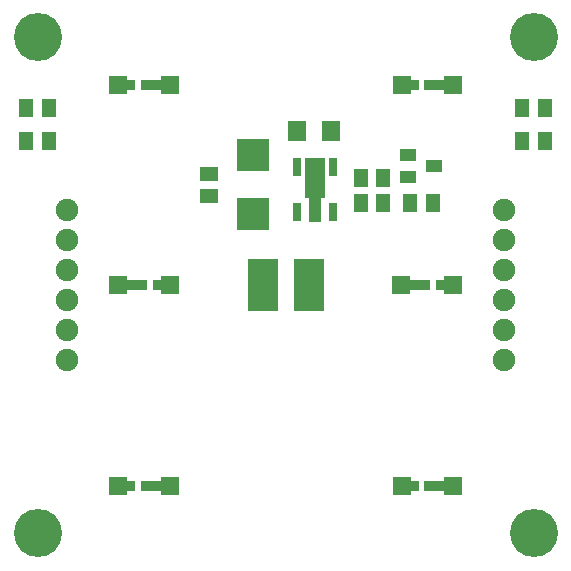
<source format=gts>
G04 (created by PCBNEW (2012-11-15 BZR 3804)-testing) date Thu 15 Nov 2012 08:52:14 PM CET*
%MOIN*%
G04 Gerber Fmt 3.4, Leading zero omitted, Abs format*
%FSLAX34Y34*%
G01*
G70*
G90*
G04 APERTURE LIST*
%ADD10C,2.3622e-06*%
%ADD11R,0.0276X0.063*%
%ADD12R,0.0394X0.0866*%
%ADD13R,0.0709X0.1339*%
%ADD14R,0.025X0.025*%
%ADD15R,0.063X0.061*%
%ADD16R,0.0256X0.0339*%
%ADD17R,0.0669X0.0339*%
%ADD18C,0.075*%
%ADD19R,0.0984X0.1772*%
%ADD20C,0.16*%
%ADD21R,0.059X0.0511*%
%ADD22R,0.1083X0.1083*%
%ADD23R,0.0511X0.059*%
%ADD24R,0.0629X0.0708*%
%ADD25R,0.0551X0.0393*%
G04 APERTURE END LIST*
G54D10*
G54D11*
X34645Y-44804D03*
G54D12*
X35236Y-44686D03*
G54D11*
X35827Y-44804D03*
X35827Y-43308D03*
X34645Y-43308D03*
G54D13*
X35236Y-43662D03*
G54D14*
X35039Y-44095D03*
X35433Y-44095D03*
X35393Y-43780D03*
X35079Y-43780D03*
X35236Y-43977D03*
X35236Y-44174D03*
G54D15*
X30399Y-40551D03*
X28666Y-40551D03*
G54D16*
X29103Y-40551D03*
G54D17*
X29764Y-40551D03*
G54D18*
X41535Y-47744D03*
X41535Y-46744D03*
X41535Y-48744D03*
X41535Y-49744D03*
X41535Y-45744D03*
X41535Y-44744D03*
X26969Y-46744D03*
X26969Y-47744D03*
X26969Y-45744D03*
X26969Y-44744D03*
X26969Y-48744D03*
X26969Y-49744D03*
G54D19*
X33485Y-47244D03*
X35019Y-47244D03*
G54D20*
X25984Y-55512D03*
X42520Y-55512D03*
X42520Y-38976D03*
X25984Y-38976D03*
G54D21*
X31693Y-44272D03*
X31693Y-43524D03*
G54D15*
X28657Y-47244D03*
X30390Y-47244D03*
G54D16*
X29953Y-47244D03*
G54D17*
X29292Y-47244D03*
G54D15*
X38105Y-47244D03*
X39838Y-47244D03*
G54D16*
X39401Y-47244D03*
G54D17*
X38740Y-47244D03*
G54D15*
X30399Y-53937D03*
X28666Y-53937D03*
G54D16*
X29103Y-53937D03*
G54D17*
X29764Y-53937D03*
G54D15*
X39847Y-53937D03*
X38114Y-53937D03*
G54D16*
X38551Y-53937D03*
G54D17*
X39212Y-53937D03*
G54D15*
X39847Y-40551D03*
X38114Y-40551D03*
G54D16*
X38551Y-40551D03*
G54D17*
X39212Y-40551D03*
G54D22*
X33150Y-44882D03*
X33150Y-42914D03*
G54D23*
X25610Y-41339D03*
X26358Y-41339D03*
X25610Y-42421D03*
X26358Y-42421D03*
X42146Y-41339D03*
X42894Y-41339D03*
X42146Y-42421D03*
X42894Y-42421D03*
G54D24*
X34646Y-42087D03*
X35748Y-42087D03*
G54D23*
X37500Y-44488D03*
X36752Y-44488D03*
X37500Y-43661D03*
X36752Y-43661D03*
G54D25*
X38347Y-42894D03*
X38347Y-43642D03*
X39213Y-43268D03*
G54D23*
X39154Y-44488D03*
X38406Y-44488D03*
M02*

</source>
